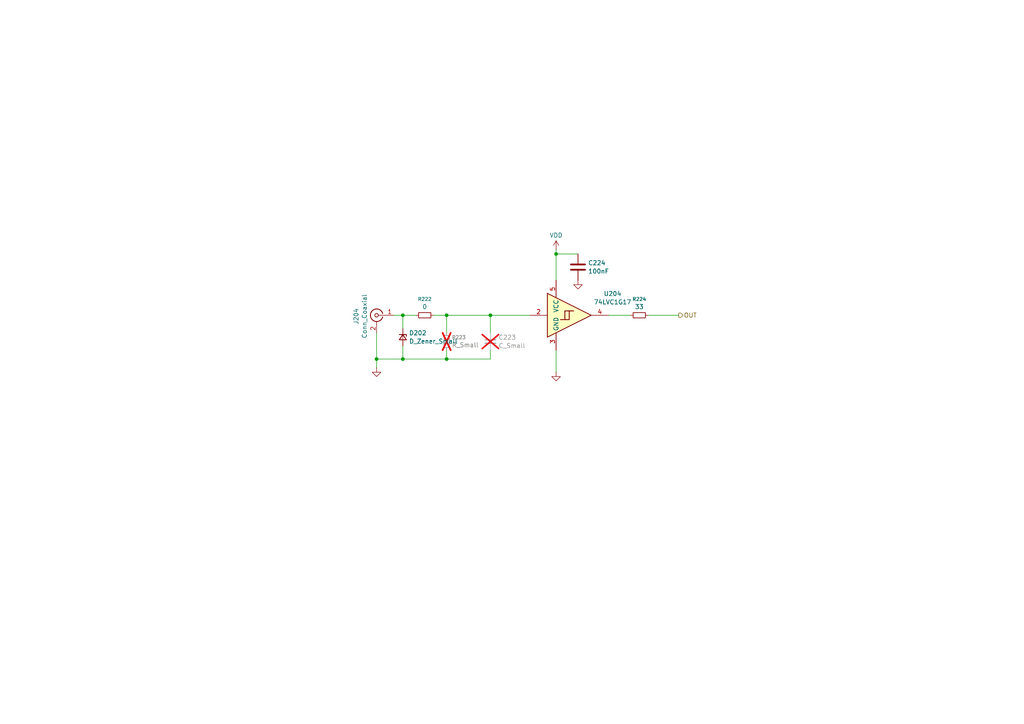
<source format=kicad_sch>
(kicad_sch (version 20250114) (generator "eeschema") (generator_version "9.0")
  (paper "A4")
  (lib_symbols
    (symbol "74xGxx:74LVC1G17"
      (property "Reference" "U" (at 0 3.81 0))
      (property "Value" "74LVC1G17" (at 0 -3.81 0))
      (symbol "74LVC1G17_0_1"
        (polyline (pts (xy -7.62 6.35) (xy -7.62 -6.35) (xy 5.08 0) (xy -7.62 6.35)) (stroke (width 0.254)) (fill (type background)))
        (polyline (pts (xy -3.81 -1.27) (xy -2.54 -1.27) (xy -2.54 1.27) (xy -1.27 1.27)) (stroke (width 0.254)) (fill (type background)))
        (polyline (pts (xy -2.54 -1.27) (xy -1.27 -1.27) (xy -1.27 1.27) (xy 0 1.27)) (stroke (width 0.254)) (fill (type background)))
      )
      (symbol "74LVC1G17_1_1"
        (pin input line (at -12.7 0 0) (length 5.08) (name "~") (number "2"))
        (pin no_connect line (at -7.62 5.08 180) (length 5.08) (hide yes) (name "NC") (number "1"))
        (pin power_in line (at -5.08 10.16 270) (length 5.08) (name "VCC") (number "5"))
        (pin power_in line (at -5.08 -10.16 90) (length 5.08) (name "GND") (number "3"))
        (pin output line (at 10.16 0 180) (length 5.08) (name "~") (number "4"))
      )
    )
    (symbol "Connector:Conn_Coaxial" (pin_names (offset 1.016) (hide yes))
      (property "Reference" "J" (at 0.254 3.048 0))
      (property "Value" "Conn_Coaxial" (at 2.921 0 90))
      (symbol "Conn_Coaxial_0_1"
        (polyline (pts (xy -2.54 0) (xy -0.508 0)))
        (arc (start 1.778 0) (mid 0.222 -1.8079) (end -1.778 -0.508) (stroke (width 0.254)))
        (arc (start -1.778 0.508) (mid 0.2221 1.8084) (end 1.778 0) (stroke (width 0.254)))
        (circle (center 0 0) (radius 0.508) (stroke (width 0.2032)))
        (polyline (pts (xy 0 -2.54) (xy 0 -1.778)))
      )
      (symbol "Conn_Coaxial_1_1"
        (pin passive line (at -5.08 0 0) (length 2.54) (name "In") (number "1"))
        (pin passive line (at 0 -5.08 90) (length 2.54) (name "Ext") (number "2"))
      )
    )
    (symbol "Device:C" (pin_numbers (hide yes)) (pin_names (offset 0.254))
      (property "Reference" "C" (at 0.635 2.54 0))
      (property "Value" "C" (at 0.635 -2.54 0))
      (symbol "C_0_1"
        (polyline (pts (xy -2.032 0.762) (xy 2.032 0.762)) (stroke (width 0.508)))
        (polyline (pts (xy -2.032 -0.762) (xy 2.032 -0.762)) (stroke (width 0.508)))
      )
      (symbol "C_1_1"
        (pin passive line (at 0 3.81 270) (length 2.794) (name "~") (number "1"))
        (pin passive line (at 0 -3.81 90) (length 2.794) (name "~") (number "2"))
      )
    )
    (symbol "Device:C_Small" (pin_numbers (hide yes)) (pin_names (offset 0.254) (hide yes))
      (property "Reference" "C" (at 0.254 1.778 0))
      (property "Value" "C_Small" (at 0.254 -2.032 0))
      (symbol "C_Small_0_1"
        (polyline (pts (xy -1.524 0.508) (xy 1.524 0.508)) (stroke (width 0.3048)))
        (polyline (pts (xy -1.524 -0.508) (xy 1.524 -0.508)) (stroke (width 0.3302)))
      )
      (symbol "C_Small_1_1"
        (pin passive line (at 0 2.54 270) (length 2.032) (name "~") (number "1"))
        (pin passive line (at 0 -2.54 90) (length 2.032) (name "~") (number "2"))
      )
    )
    (symbol "Device:D_Zener_Small" (pin_numbers (hide yes)) (pin_names (offset 0.254) (hide yes))
      (property "Reference" "D" (at 0 2.286 0))
      (property "Value" "D_Zener_Small" (at 0 -2.286 0))
      (symbol "D_Zener_Small_0_1"
        (polyline (pts (xy -0.254 1.016) (xy -0.762 1.016) (xy -0.762 -1.016)) (stroke (width 0.254)))
        (polyline (pts (xy 0.762 1.016) (xy -0.762 0) (xy 0.762 -1.016) (xy 0.762 1.016)) (stroke (width 0.254)))
        (polyline (pts (xy 0.762 0) (xy -0.762 0)))
      )
      (symbol "D_Zener_Small_1_1"
        (pin passive line (at -2.54 0 0) (length 1.778) (name "K") (number "1"))
        (pin passive line (at 2.54 0 180) (length 1.778) (name "A") (number "2"))
      )
    )
    (symbol "Device:R_Small" (pin_numbers (hide yes)) (pin_names (offset 0.254) (hide yes))
      (property "Reference" "R" (at 0 0 90))
      (property "Value" "R_Small" (at 1.778 0 90))
      (symbol "R_Small_0_1"
        (rectangle (start -0.762 1.778) (end 0.762 -1.778) (stroke (width 0.2032)))
      )
      (symbol "R_Small_1_1"
        (pin passive line (at 0 2.54 270) (length 0.762) (name "~") (number "1"))
        (pin passive line (at 0 -2.54 90) (length 0.762) (name "~") (number "2"))
      )
    )
    (symbol "power:GND" (power) (pin_numbers (hide yes)) (pin_names (offset 0) (hide yes))
      (property "Value" "GND" (at 0 -3.81 0))
      (symbol "GND_0_1"
        (polyline (pts (xy 0 0) (xy 0 -1.27) (xy 1.27 -1.27) (xy 0 -2.54) (xy -1.27 -1.27) (xy 0 -1.27)))
      )
      (symbol "GND_1_1"
        (pin power_in line (at 0 0 270) (length 0) (name "~") (number "1"))
      )
    )
    (symbol "power:VDD" (power) (pin_numbers (hide yes)) (pin_names (offset 0) (hide yes))
      (property "Value" "VDD" (at 0 3.556 0))
      (symbol "VDD_0_1"
        (polyline (pts (xy -0.762 1.27) (xy 0 2.54)))
        (polyline (pts (xy 0 2.54) (xy 0.762 1.27)))
        (polyline (pts (xy 0 0) (xy 0 2.54)))
      )
      (symbol "VDD_1_1"
        (pin power_in line (at 0 0 90) (length 0) (name "~") (number "1"))
      )
    )
  )
  (junction (at 116.84 104.14))
  (junction (at 129.54 104.14))
  (junction (at 109.22 104.14))
  (junction (at 142.24 91.44))
  (junction (at 161.29 73.66))
  (junction (at 129.54 91.44))
  (junction (at 116.84 91.44))
  (wire (pts (xy 129.54 104.14) (xy 116.84 104.14)))
  (wire (pts (xy 116.84 91.44) (xy 116.84 95.25)))
  (wire (pts (xy 142.24 101.6) (xy 142.24 104.14)))
  (wire (pts (xy 161.29 72.39) (xy 161.29 73.66)))
  (wire (pts (xy 109.22 106.68) (xy 109.22 104.14)))
  (wire (pts (xy 116.84 91.44) (xy 120.65 91.44)))
  (wire (pts (xy 176.53 91.44) (xy 182.88 91.44)))
  (wire (pts (xy 116.84 100.33) (xy 116.84 104.14)))
  (wire (pts (xy 129.54 101.6) (xy 129.54 104.14)))
  (wire (pts (xy 142.24 104.14) (xy 129.54 104.14)))
  (wire (pts (xy 116.84 104.14) (xy 109.22 104.14)))
  (wire (pts (xy 142.24 91.44) (xy 153.67 91.44)))
  (wire (pts (xy 161.29 101.6) (xy 161.29 107.95)))
  (wire (pts (xy 129.54 91.44) (xy 129.54 96.52)))
  (wire (pts (xy 161.29 73.66) (xy 161.29 81.28)))
  (wire (pts (xy 114.3 91.44) (xy 116.84 91.44)))
  (wire (pts (xy 129.54 91.44) (xy 142.24 91.44)))
  (wire (pts (xy 125.73 91.44) (xy 129.54 91.44)))
  (wire (pts (xy 142.24 91.44) (xy 142.24 96.52)))
  (wire (pts (xy 161.29 73.66) (xy 167.64 73.66)))
  (wire (pts (xy 187.96 91.44) (xy 196.85 91.44)))
  (wire (pts (xy 109.22 104.14) (xy 109.22 96.52)))
  (hierarchical_label "OUT" (shape output) (at 196.85 91.44 0))
  (symbol (lib_id "power:GND") (at 167.64 81.28 0) (unit 1)
    (property "Reference" "#PWR0253" (effects (hide yes)))
    (property "Value" "GND" (effects (hide yes)))
    (property "Description" "Power symbol creates a global label with name \"GND\" , ground" (effects (hide yes)))
  )
  (symbol (lib_id "Device:C") (at 167.64 77.47 0) (unit 1)
    (property "Reference" "C224" (at 170.561 76.2578 0) (effects (justify left)))
    (property "Value" "100nF" (at 170.561 78.6821 0) (effects (justify left)))
    (property "Footprint" "Capacitor_SMD:C_0603_1608Metric" (effects (hide yes)))
    (property "Description" "Unpolarized capacitor" (effects (hide yes)))
    (property "PN" "GCJ188R71H104KA12D" (effects (hide yes)))
  )
  (symbol (lib_id "Device:C_Small") (at 142.24 99.06 0) (unit 1) (dnp yes)
    (property "Reference" "C223" (at 144.5641 97.8541 0) (effects (justify left)))
    (property "Value" "C_Small" (at 144.5641 100.2784 0) (effects (justify left)))
    (property "Footprint" "Capacitor_SMD:C_0603_1608Metric" (effects (hide yes)))
    (property "Description" "Unpolarized capacitor, small symbol" (effects (hide yes)))
  )
  (symbol (lib_id "Connector:Conn_Coaxial") (at 109.22 91.44 0) (mirror y) (unit 1)
    (property "Reference" "J204" (at 103.2974 91.7332 90))
    (property "Value" "Conn_Coaxial" (at 105.7217 91.7332 90))
    (property "Footprint" "pcm3168a_euro1:SMA_Amphenol_901-144_Vertical_awl1" (effects (hide yes)))
    (property "Description" "coaxial connector (BNC, SMA, SMB, SMC, Cinch/RCA, LEMO, ...)" (effects (hide yes)))
  )
  (symbol (lib_id "Device:R_Small") (at 129.54 99.06 180) (unit 1) (dnp yes)
    (property "Reference" "R223" (at 131.0386 97.8478 0) (effects (font (size 1.016 1.016)) (justify right)))
    (property "Value" "R_Small" (at 131.0386 100.0677 0) (effects (justify right)))
    (property "Footprint" "Resistor_SMD:R_0603_1608Metric" (effects (hide yes)))
    (property "Description" "Resistor, small symbol" (effects (hide yes)))
  )
  (symbol (lib_id "Device:R_Small") (at 123.19 91.44 90) (unit 1)
    (property "Reference" "R222" (at 123.19 86.7633 90) (effects (font (size 1.016 1.016))))
    (property "Value" "0" (at 123.19 88.9832 90))
    (property "Footprint" "Resistor_SMD:R_0603_1608Metric" (effects (hide yes)))
    (property "Description" "Resistor, small symbol" (effects (hide yes)))
    (property "PN" "CRCW06030000Z0EA" (effects (hide yes)))
  )
  (symbol (lib_id "74xGxx:74LVC1G17") (at 166.37 91.44 0) (unit 1)
    (property "Reference" "U204" (at 177.6753 85.1934 0))
    (property "Value" "74LVC1G17" (at 177.6753 87.6177 0))
    (property "Footprint" "Package_TO_SOT_SMD:SOT-23-5" (effects (hide yes)))
    (property "Datasheet" "https://www.ti.com/lit/ds/symlink/sn74lvc1g17.pdf" (effects (hide yes)))
    (property "Description" "Single Schmitt Buffer Gate, Low-Voltage CMOS" (effects (hide yes)))
    (property "PN" "SN74LVC1G17DBVR" (effects (hide yes)))
  )
  (symbol (lib_id "power:VDD") (at 161.29 72.39 0) (unit 1)
    (property "Reference" "#PWR0251" (effects (hide yes)))
    (property "Value" "VDD" (at 161.29 68.2569 0))
    (property "Description" "Power symbol creates a global label with name \"VDD\"" (effects (hide yes)))
  )
  (symbol (lib_id "power:GND") (at 109.22 106.68 0) (unit 1)
    (property "Reference" "#PWR0250" (effects (hide yes)))
    (property "Value" "GND" (effects (hide yes)))
    (property "Description" "Power symbol creates a global label with name \"GND\" , ground" (effects (hide yes)))
  )
  (symbol (lib_id "power:GND") (at 161.29 107.95 0) (unit 1)
    (property "Reference" "#PWR0252" (effects (hide yes)))
    (property "Value" "GND" (effects (hide yes)))
    (property "Description" "Power symbol creates a global label with name \"GND\" , ground" (effects (hide yes)))
  )
  (symbol (lib_id "Device:R_Small") (at 185.42 91.44 90) (unit 1)
    (property "Reference" "R224" (at 185.42 86.7633 90) (effects (font (size 1.016 1.016))))
    (property "Value" "33" (at 185.42 88.9832 90))
    (property "Footprint" "Resistor_SMD:R_0603_1608Metric" (effects (hide yes)))
    (property "Description" "Resistor, small symbol" (effects (hide yes)))
    (property "PN" "CRCW060322R0FKEAC" (effects (hide yes)))
  )
  (symbol (lib_id "Device:D_Zener_Small") (at 116.84 97.79 270) (unit 1)
    (property "Reference" "D202" (at 118.618 96.5778 90) (effects (justify left)))
    (property "Value" "D_Zener_Small" (at 118.618 99.0021 90) (effects (justify left)))
    (property "Footprint" "Diode_SMD:D_SOD-123F" (effects (hide yes)))
    (property "Description" "Zener diode, small symbol" (effects (hide yes)))
    (property "PN" "SMF5.0A" (effects (hide yes)))
  )
)
</source>
